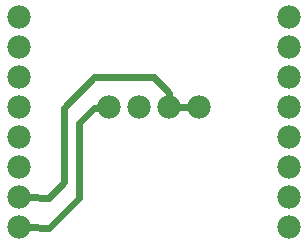
<source format=gbl>
G04 MADE WITH FRITZING*
G04 WWW.FRITZING.ORG*
G04 DOUBLE SIDED*
G04 HOLES PLATED*
G04 CONTOUR ON CENTER OF CONTOUR VECTOR*
%ASAXBY*%
%FSLAX23Y23*%
%MOIN*%
%OFA0B0*%
%SFA1.0B1.0*%
%ADD10C,0.078000*%
%ADD11C,0.024000*%
%LNCOPPER0*%
G90*
G70*
G54D10*
X68Y773D03*
X68Y673D03*
X68Y573D03*
X68Y473D03*
X68Y373D03*
X68Y273D03*
X68Y173D03*
X68Y73D03*
X968Y773D03*
X968Y673D03*
X968Y573D03*
X968Y473D03*
X968Y373D03*
X968Y273D03*
X968Y173D03*
X968Y73D03*
X368Y473D03*
X468Y473D03*
X568Y473D03*
X668Y473D03*
G54D11*
X267Y422D02*
X317Y472D01*
D02*
X267Y172D02*
X267Y422D01*
D02*
X168Y72D02*
X267Y172D01*
D02*
X317Y472D02*
X338Y473D01*
D02*
X98Y73D02*
X168Y72D01*
D02*
X218Y223D02*
X168Y172D01*
D02*
X218Y472D02*
X218Y223D01*
D02*
X317Y573D02*
X218Y472D01*
D02*
X168Y172D02*
X98Y173D01*
D02*
X518Y573D02*
X317Y573D01*
D02*
X568Y522D02*
X518Y573D01*
D02*
X568Y503D02*
X568Y522D01*
D02*
X598Y473D02*
X638Y473D01*
G04 End of Copper0*
M02*
</source>
